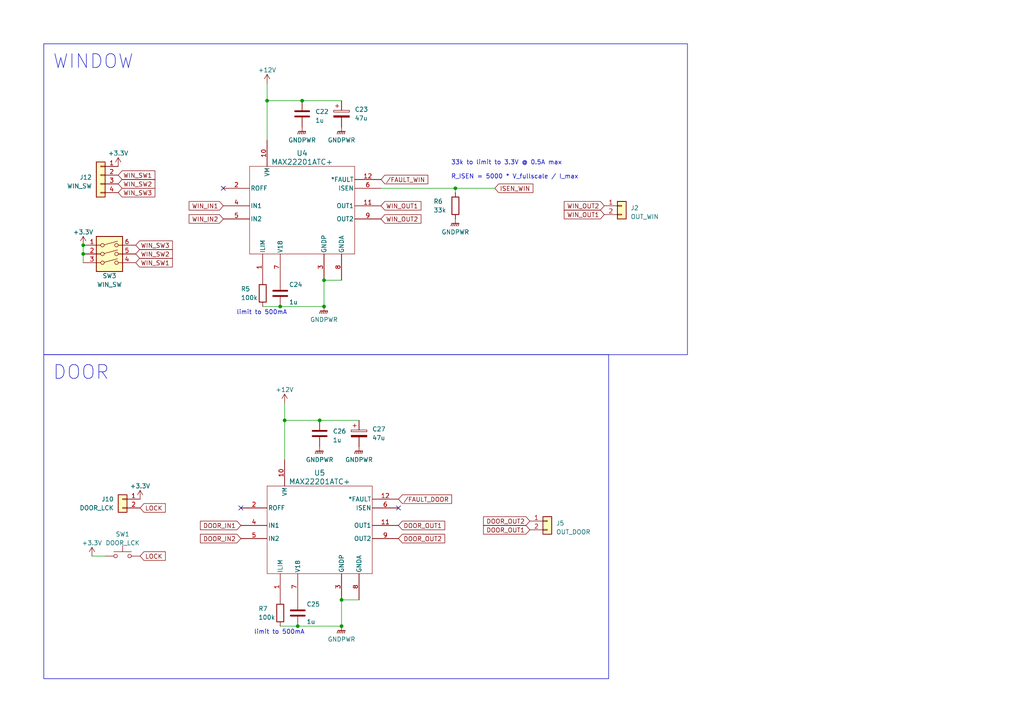
<source format=kicad_sch>
(kicad_sch (version 20230121) (generator eeschema)
  (paper "A4")
  (lib_symbols
    (symbol "Connector_Generic:Conn_01x02" (pin_names (offset 1.016) hide)
      (property "Reference" "J" (at 0 2.54 0))
      (property "Value" "Conn_01x02" (at 0 -5.08 0))
      (symbol "Conn_01x02_1_1"
        (rectangle (start -1.27 -2.413) (end 0 -2.667) (stroke (width 0.1524)))
        (rectangle (start -1.27 0.127) (end 0 -0.127) (stroke (width 0.1524)))
        (rectangle (start -1.27 1.27) (end 1.27 -3.81) (stroke (width 0.254)) (fill (type background)))
        (pin passive line (at -5.08 0 0) (length 3.81) (name "Pin_1") (number "1"))
        (pin passive line (at -5.08 -2.54 0) (length 3.81) (name "Pin_2") (number "2"))
      )
    )
    (symbol "Connector_Generic:Conn_01x04" (pin_names (offset 1.016) hide)
      (property "Reference" "J" (at 0 5.08 0))
      (property "Value" "Conn_01x04" (at 0 -7.62 0))
      (symbol "Conn_01x04_1_1"
        (rectangle (start -1.27 -4.953) (end 0 -5.207) (stroke (width 0.1524)))
        (rectangle (start -1.27 -2.413) (end 0 -2.667) (stroke (width 0.1524)))
        (rectangle (start -1.27 0.127) (end 0 -0.127) (stroke (width 0.1524)))
        (rectangle (start -1.27 2.667) (end 0 2.413) (stroke (width 0.1524)))
        (rectangle (start -1.27 3.81) (end 1.27 -6.35) (stroke (width 0.254)) (fill (type background)))
        (pin passive line (at -5.08 2.54 0) (length 3.81) (name "Pin_1") (number "1"))
        (pin passive line (at -5.08 0 0) (length 3.81) (name "Pin_2") (number "2"))
        (pin passive line (at -5.08 -2.54 0) (length 3.81) (name "Pin_3") (number "3"))
        (pin passive line (at -5.08 -5.08 0) (length 3.81) (name "Pin_4") (number "4"))
      )
    )
    (symbol "Device:C" (pin_numbers hide) (pin_names (offset 0.254))
      (property "Reference" "C" (at 0.635 2.54 0))
      (property "Value" "C" (at 0.635 -2.54 0))
      (symbol "C_0_1"
        (polyline (pts (xy -2.032 -0.762) (xy 2.032 -0.762)) (stroke (width 0.508)))
        (polyline (pts (xy -2.032 0.762) (xy 2.032 0.762)) (stroke (width 0.508)))
      )
      (symbol "C_1_1"
        (pin passive line (at 0 3.81 270) (length 2.794) (name "~") (number "1"))
        (pin passive line (at 0 -3.81 90) (length 2.794) (name "~") (number "2"))
      )
    )
    (symbol "Device:C_Polarized" (pin_numbers hide) (pin_names (offset 0.254))
      (property "Reference" "C" (at 0.635 2.54 0))
      (property "Value" "C_Polarized" (at 0.635 -2.54 0))
      (symbol "C_Polarized_0_1"
        (rectangle (start -2.286 0.508) (end 2.286 1.016))
        (polyline (pts (xy -1.778 2.286) (xy -0.762 2.286)))
        (polyline (pts (xy -1.27 2.794) (xy -1.27 1.778)))
        (rectangle (start 2.286 -0.508) (end -2.286 -1.016) (fill (type outline)))
      )
      (symbol "C_Polarized_1_1"
        (pin passive line (at 0 3.81 270) (length 2.794) (name "~") (number "1"))
        (pin passive line (at 0 -3.81 90) (length 2.794) (name "~") (number "2"))
      )
    )
    (symbol "Device:R" (pin_numbers hide) (pin_names (offset 0))
      (property "Reference" "R" (at 2.032 0 90))
      (property "Value" "R" (at 0 0 90))
      (symbol "R_0_1"
        (rectangle (start -1.016 -2.54) (end 1.016 2.54) (stroke (width 0.254)))
      )
      (symbol "R_1_1"
        (pin passive line (at 0 3.81 270) (length 1.27) (name "~") (number "1"))
        (pin passive line (at 0 -3.81 90) (length 1.27) (name "~") (number "2"))
      )
    )
    (symbol "MAX22201ATC_:MAX22201ATC+" (pin_names (offset 0.254))
      (property "Reference" "U4" (at 22.86 8.89 0))
      (property "Value" "MAX22201ATC+" (at 22.86 6.35 0))
      (symbol "MAX22201ATC+_0_1"
        (polyline (pts (xy 7.62 -20.32) (xy 38.1 -20.32)) (stroke (width 0.127)))
        (polyline (pts (xy 7.62 5.08) (xy 7.62 -20.32)) (stroke (width 0.127)))
        (polyline (pts (xy 38.1 -20.32) (xy 38.1 5.08)) (stroke (width 0.127)))
        (polyline (pts (xy 38.1 5.08) (xy 7.62 5.08)) (stroke (width 0.127)))
        (pin input line (at 11.43 -27.94 90) (length 7.62) (name "ILIM") (number "1"))
        (pin input line (at 12.7 12.7 270) (length 7.62) (name "VM") (number "10"))
        (pin output line (at 45.72 -6.35 180) (length 7.62) (name "OUT1") (number "11"))
        (pin output line (at 45.72 1.27 180) (length 7.62) (name "*FAULT") (number "12"))
        (pin input line (at 0 -1.27 0) (length 7.62) (name "ROFF") (number "2"))
        (pin power_in line (at 29.21 -27.94 90) (length 7.62) (name "GNDP") (number "3"))
        (pin input line (at 0 -6.35 0) (length 7.62) (name "IN1") (number "4"))
        (pin input line (at 0 -10.16 0) (length 7.62) (name "IN2") (number "5"))
        (pin output line (at 45.72 -1.27 180) (length 7.62) (name "ISEN") (number "6"))
        (pin output line (at 16.51 -27.94 90) (length 7.62) (name "V18") (number "7"))
        (pin power_in line (at 34.29 -27.94 90) (length 7.62) (name "GNDA") (number "8"))
        (pin output line (at 45.72 -10.16 180) (length 7.62) (name "OUT2") (number "9"))
      )
    )
    (symbol "Switch:SW_DIP_x03" (pin_names (offset 0) hide)
      (property "Reference" "SW" (at 0 8.89 0))
      (property "Value" "SW_DIP_x03" (at 0 -3.81 0))
      (symbol "SW_DIP_x03_0_0"
        (circle (center -2.032 0) (radius 0.508))
        (circle (center -2.032 2.54) (radius 0.508))
        (circle (center -2.032 5.08) (radius 0.508))
        (polyline (pts (xy -1.524 0.127) (xy 2.3622 1.1684)))
        (polyline (pts (xy -1.524 2.667) (xy 2.3622 3.7084)))
        (polyline (pts (xy -1.524 5.207) (xy 2.3622 6.2484)))
        (circle (center 2.032 0) (radius 0.508))
        (circle (center 2.032 2.54) (radius 0.508))
        (circle (center 2.032 5.08) (radius 0.508))
      )
      (symbol "SW_DIP_x03_0_1"
        (rectangle (start -3.81 7.62) (end 3.81 -2.54) (stroke (width 0.254)) (fill (type background)))
      )
      (symbol "SW_DIP_x03_1_1"
        (pin passive line (at -7.62 5.08 0) (length 5.08) (name "~") (number "1"))
        (pin passive line (at -7.62 2.54 0) (length 5.08) (name "~") (number "2"))
        (pin passive line (at -7.62 0 0) (length 5.08) (name "~") (number "3"))
        (pin passive line (at 7.62 0 180) (length 5.08) (name "~") (number "4"))
        (pin passive line (at 7.62 2.54 180) (length 5.08) (name "~") (number "5"))
        (pin passive line (at 7.62 5.08 180) (length 5.08) (name "~") (number "6"))
      )
    )
    (symbol "Switch:SW_Push" (pin_numbers hide) (pin_names (offset 1.016) hide)
      (property "Reference" "SW" (at 1.27 2.54 0))
      (property "Value" "SW_Push" (at 0 -1.524 0))
      (symbol "SW_Push_0_1"
        (circle (center -2.032 0) (radius 0.508))
        (polyline (pts (xy 0 1.27) (xy 0 3.048)))
        (polyline (pts (xy 2.54 1.27) (xy -2.54 1.27)))
        (circle (center 2.032 0) (radius 0.508))
        (pin passive line (at -5.08 0 0) (length 2.54) (name "1") (number "1"))
        (pin passive line (at 5.08 0 180) (length 2.54) (name "2") (number "2"))
      )
    )
    (symbol "power:+12V" (power) (pin_names (offset 0))
      (property "Value" "+12V" (at 0 3.556 0))
      (symbol "+12V_0_1"
        (polyline (pts (xy -0.762 1.27) (xy 0 2.54)))
        (polyline (pts (xy 0 0) (xy 0 2.54)))
        (polyline (pts (xy 0 2.54) (xy 0.762 1.27)))
      )
      (symbol "+12V_1_1"
        (pin power_in line (at 0 0 90) (length 0) hide (name "+12V") (number "1"))
      )
    )
    (symbol "power:+3.3V" (power) (pin_names (offset 0))
      (property "Value" "+3.3V" (at 0 3.556 0))
      (symbol "+3.3V_0_1"
        (polyline (pts (xy -0.762 1.27) (xy 0 2.54)))
        (polyline (pts (xy 0 0) (xy 0 2.54)))
        (polyline (pts (xy 0 2.54) (xy 0.762 1.27)))
      )
      (symbol "+3.3V_1_1"
        (pin power_in line (at 0 0 90) (length 0) hide (name "+3.3V") (number "1"))
      )
    )
    (symbol "power:GNDPWR" (power) (pin_names (offset 0))
      (property "Value" "GNDPWR" (at 0 -3.302 0))
      (symbol "GNDPWR_0_1"
        (polyline (pts (xy 0 -1.27) (xy 0 0)))
        (polyline (pts (xy -1.016 -1.27) (xy -1.27 -2.032) (xy -1.27 -2.032)) (stroke (width 0.2032)))
        (polyline (pts (xy -0.508 -1.27) (xy -0.762 -2.032) (xy -0.762 -2.032)) (stroke (width 0.2032)))
        (polyline (pts (xy 0 -1.27) (xy -0.254 -2.032) (xy -0.254 -2.032)) (stroke (width 0.2032)))
        (polyline (pts (xy 0.508 -1.27) (xy 0.254 -2.032) (xy 0.254 -2.032)) (stroke (width 0.2032)))
        (polyline (pts (xy 1.016 -1.27) (xy -1.016 -1.27) (xy -1.016 -1.27)) (stroke (width 0.2032)))
        (polyline (pts (xy 1.016 -1.27) (xy 0.762 -2.032) (xy 0.762 -2.032) (xy 0.762 -2.032)) (stroke (width 0.2032)))
      )
      (symbol "GNDPWR_1_1"
        (pin power_in line (at 0 0 270) (length 0) hide (name "GNDPWR") (number "1"))
      )
    )
  )
  (junction (at 24.13 71.12))
  (junction (at 132.08 54.61))
  (junction (at 87.63 29.21))
  (junction (at 92.71 121.92))
  (junction (at 99.06 181.61))
  (junction (at 77.47 29.21))
  (junction (at 86.36 181.61))
  (junction (at 81.28 88.9))
  (junction (at 93.98 88.9))
  (junction (at 82.55 121.92))
  (junction (at 93.98 81.28))
  (junction (at 99.06 173.99))
  (junction (at 24.13 73.66))
  (no_connect (at 64.77 54.61))
  (no_connect (at 115.57 147.32))
  (no_connect (at 69.85 147.32))
  (wire (pts (xy 82.55 116.84) (xy 82.55 121.92)))
  (wire (pts (xy 77.47 29.21) (xy 87.63 29.21)))
  (wire (pts (xy 99.06 181.61) (xy 99.06 173.99)))
  (wire (pts (xy 81.28 88.9) (xy 93.98 88.9)))
  (wire (pts (xy 87.63 29.21) (xy 99.06 29.21)))
  (wire (pts (xy 92.71 121.92) (xy 104.14 121.92)))
  (wire (pts (xy 86.36 181.61) (xy 99.06 181.61)))
  (wire (pts (xy 81.28 181.61) (xy 86.36 181.61)))
  (wire (pts (xy 82.55 121.92) (xy 92.71 121.92)))
  (wire (pts (xy 132.08 55.88) (xy 132.08 54.61)))
  (wire (pts (xy 77.47 29.21) (xy 77.47 40.64)))
  (wire (pts (xy 76.2 88.9) (xy 81.28 88.9)))
  (wire (pts (xy 143.51 54.61) (xy 132.08 54.61)))
  (wire (pts (xy 24.13 73.66) (xy 24.13 76.2)))
  (wire (pts (xy 99.06 173.99) (xy 104.14 173.99)))
  (wire (pts (xy 24.13 71.12) (xy 24.13 73.66)))
  (wire (pts (xy 82.55 121.92) (xy 82.55 133.35)))
  (wire (pts (xy 93.98 81.28) (xy 99.06 81.28)))
  (wire (pts (xy 77.47 24.13) (xy 77.47 29.21)))
  (wire (pts (xy 132.08 54.61) (xy 110.49 54.61)))
  (wire (pts (xy 93.98 88.9) (xy 93.98 81.28)))
  (wire (pts (xy 26.67 161.29) (xy 30.48 161.29)))
  (rectangle (start 12.7 12.7) (end 199.39 102.87))
  (rectangle (start 12.7 102.87) (end 176.53 196.85))
  (text "DOOR" (at 15.24 110.49 0) (effects (font (size 4 4)) (justify left bottom)))
  (text "WINDOW" (at 15.24 20.32 0) (effects (font (size 4 4)) (justify left bottom)))
  (text "33k to limit to 3.3V @ 0.5A max \n\nR_ISEN = 5000 * V_fullscale / I_max" (at 130.81 52.07 0) (effects (font (size 1.27 1.27)) (justify left bottom)))
  (text "limit to 500mA" (at 68.58 91.44 0) (effects (font (size 1.27 1.27)) (justify left bottom)))
  (text "limit to 500mA" (at 73.66 184.15 0) (effects (font (size 1.27 1.27)) (justify left bottom)))
  (global_label "DOOR_OUT1" (shape input) (at 153.67 153.67 180) (property "Intersheetrefs" "${INTERSHEET_REFS}" (effects hide)))
  (global_label "DOOR_OUT1" (shape input) (at 115.57 152.4 0) (property "Intersheetrefs" "${INTERSHEET_REFS}" (effects hide)))
  (global_label "WIN_OUT2" (shape input) (at 110.49 63.5 0) (property "Intersheetrefs" "${INTERSHEET_REFS}" (effects hide)))
  (global_label "DOOR_IN1" (shape input) (at 69.85 152.4 180) (property "Intersheetrefs" "${INTERSHEET_REFS}" (effects hide)))
  (global_label "ISEN_WIN" (shape input) (at 143.51 54.61 0) (property "Intersheetrefs" "${INTERSHEET_REFS}" (effects hide)))
  (global_label "{slash}FAULT_DOOR" (shape input) (at 115.57 144.78 0) (property "Intersheetrefs" "${INTERSHEET_REFS}" (effects hide)))
  (global_label "LOCK" (shape input) (at 40.64 161.29 0) (property "Intersheetrefs" "${INTERSHEET_REFS}" (effects hide)))
  (global_label "WIN_IN2" (shape input) (at 64.77 63.5 180) (property "Intersheetrefs" "${INTERSHEET_REFS}" (effects hide)))
  (global_label "DOOR_IN2" (shape input) (at 69.85 156.21 180) (property "Intersheetrefs" "${INTERSHEET_REFS}" (effects hide)))
  (global_label "WIN_OUT2" (shape input) (at 175.26 59.69 180) (property "Intersheetrefs" "${INTERSHEET_REFS}" (effects hide)))
  (global_label "WIN_SW1" (shape input) (at 34.29 50.8 0) (property "Intersheetrefs" "${INTERSHEET_REFS}" (effects hide)))
  (global_label "WIN_SW2" (shape input) (at 34.29 53.34 0) (property "Intersheetrefs" "${INTERSHEET_REFS}" (effects hide)))
  (global_label "WIN_IN1" (shape input) (at 64.77 59.69 180) (property "Intersheetrefs" "${INTERSHEET_REFS}" (effects hide)))
  (global_label "WIN_SW2" (shape input) (at 39.37 73.66 0) (property "Intersheetrefs" "${INTERSHEET_REFS}" (effects hide)))
  (global_label "WIN_OUT1" (shape input) (at 175.26 62.23 180) (property "Intersheetrefs" "${INTERSHEET_REFS}" (effects hide)))
  (global_label "LOCK" (shape input) (at 40.64 147.32 0) (property "Intersheetrefs" "${INTERSHEET_REFS}" (effects hide)))
  (global_label "DOOR_OUT2" (shape input) (at 153.67 151.13 180) (property "Intersheetrefs" "${INTERSHEET_REFS}" (effects hide)))
  (global_label "WIN_SW3" (shape input) (at 39.37 71.12 0) (property "Intersheetrefs" "${INTERSHEET_REFS}" (effects hide)))
  (global_label "WIN_OUT1" (shape input) (at 110.49 59.69 0) (property "Intersheetrefs" "${INTERSHEET_REFS}" (effects hide)))
  (global_label "DOOR_OUT2" (shape input) (at 115.57 156.21 0) (property "Intersheetrefs" "${INTERSHEET_REFS}" (effects hide)))
  (global_label "WIN_SW1" (shape input) (at 39.37 76.2 0) (property "Intersheetrefs" "${INTERSHEET_REFS}" (effects hide)))
  (global_label "{slash}FAULT_WIN" (shape input) (at 110.49 52.07 0) (property "Intersheetrefs" "${INTERSHEET_REFS}" (effects hide)))
  (global_label "WIN_SW3" (shape input) (at 34.29 55.88 0) (property "Intersheetrefs" "${INTERSHEET_REFS}" (effects hide)))
  (symbol (lib_id "Connector_Generic:Conn_01x04") (at 29.21 50.8 0) (mirror y) (unit 1)
    (property "Reference" "J12" (at 26.67 51.435 0) (effects (justify left)))
    (property "Value" "WIN_SW" (at 26.67 53.975 0) (effects (justify left)))
    (property "Footprint" "TerminalBlock_MetzConnect:TerminalBlock_MetzConnect_Type011_RT05504HBWC_1x04_P5.00mm_Horizontal" (effects hide))
  )
  (symbol (lib_id "Connector_Generic:Conn_01x02") (at 180.34 59.69 0) (unit 1)
    (property "Reference" "J2" (at 182.88 60.325 0) (effects (justify left)))
    (property "Value" "OUT_WIN" (at 182.88 62.865 0) (effects (justify left)))
    (property "Footprint" "TerminalBlock_MetzConnect:TerminalBlock_MetzConnect_Type011_RT05502HBWC_1x02_P5.00mm_Horizontal" (effects hide))
  )
  (symbol (lib_id "Connector_Generic:Conn_01x02") (at 35.56 144.78 0) (mirror y) (unit 1)
    (property "Reference" "J10" (at 33.02 144.78 0) (effects (justify left)))
    (property "Value" "DOOR_LCK" (at 33.02 147.32 0) (effects (justify left)))
    (property "Footprint" "TerminalBlock_MetzConnect:TerminalBlock_MetzConnect_Type011_RT05502HBWC_1x02_P5.00mm_Horizontal" (effects hide))
  )
  (symbol (lib_id "Switch:SW_DIP_x03") (at 31.75 76.2 0) (unit 1)
    (property "Reference" "SW3" (at 31.75 80.01 0))
    (property "Value" "WIN_SW" (at 31.75 82.55 0))
    (property "Footprint" "Button_Switch_SMD:SW_DIP_SPSTx03_Slide_6.7x9.18mm_W8.61mm_P2.54mm_LowProfile" (effects hide))
  )
  (symbol (lib_id "power:GNDPWR") (at 87.63 36.83 0) (unit 1)
    (property "Reference" "#PWR033" (effects hide))
    (property "Value" "GNDPWR" (at 87.63 40.64 0))
  )
  (symbol (lib_id "power:GNDPWR") (at 104.14 129.54 0) (unit 1)
    (property "Reference" "#PWR040" (effects hide))
    (property "Value" "GNDPWR" (at 104.14 133.35 0))
  )
  (symbol (lib_id "power:+3.3V") (at 24.13 71.12 0) (unit 1)
    (property "Reference" "#PWR064" (effects hide))
    (property "Value" "+3.3V" (at 24.13 67.31 0))
  )
  (symbol (lib_id "Device:C") (at 86.36 177.8 0) (unit 1)
    (property "Reference" "C25" (at 88.9 175.26 0) (effects (justify left)))
    (property "Value" "1u" (at 88.9 180.34 0) (effects (justify left)))
    (property "Footprint" "Capacitor_SMD:C_0805_2012Metric" (effects hide))
  )
  (symbol (lib_id "Device:R") (at 76.2 85.09 0) (unit 1)
    (property "Reference" "R5" (at 69.85 83.82 0) (effects (justify left)))
    (property "Value" "100k" (at 69.85 86.36 0) (effects (justify left)))
    (property "Footprint" "Resistor_SMD:R_0805_2012Metric" (effects hide))
  )
  (symbol (lib_id "Device:C_Polarized") (at 104.14 125.73 0) (unit 1)
    (property "Reference" "C27" (at 107.95 124.46 0) (effects (justify left)))
    (property "Value" "47u" (at 107.95 127 0) (effects (justify left)))
    (property "Footprint" "Capacitor_THT:CP_Radial_D5.0mm_P2.00mm" (effects hide))
  )
  (symbol (lib_id "Device:C") (at 87.63 33.02 0) (unit 1)
    (property "Reference" "C22" (at 91.44 32.385 0) (effects (justify left)))
    (property "Value" "1u" (at 91.44 34.925 0) (effects (justify left)))
    (property "Footprint" "Capacitor_SMD:C_0805_2012Metric" (effects hide))
  )
  (symbol (lib_id "power:GNDPWR") (at 92.71 129.54 0) (unit 1)
    (property "Reference" "#PWR038" (effects hide))
    (property "Value" "GNDPWR" (at 92.71 133.35 0))
  )
  (symbol (lib_id "Device:C") (at 92.71 125.73 0) (unit 1)
    (property "Reference" "C26" (at 96.52 125.095 0) (effects (justify left)))
    (property "Value" "1u" (at 96.52 127.635 0) (effects (justify left)))
    (property "Footprint" "Capacitor_SMD:C_0805_2012Metric" (effects hide))
  )
  (symbol (lib_id "Device:R") (at 81.28 177.8 0) (unit 1)
    (property "Reference" "R7" (at 74.93 176.53 0) (effects (justify left)))
    (property "Value" "100k" (at 74.93 179.07 0) (effects (justify left)))
    (property "Footprint" "Resistor_SMD:R_0805_2012Metric" (effects hide))
  )
  (symbol (lib_id "Connector_Generic:Conn_01x02") (at 158.75 151.13 0) (unit 1)
    (property "Reference" "J5" (at 161.29 151.765 0) (effects (justify left)))
    (property "Value" "OUT_DOOR" (at 161.29 154.305 0) (effects (justify left)))
    (property "Footprint" "TerminalBlock_MetzConnect:TerminalBlock_MetzConnect_Type011_RT05502HBWC_1x02_P5.00mm_Horizontal" (effects hide))
  )
  (symbol (lib_id "MAX22201ATC_:MAX22201ATC+") (at 69.85 146.05 0) (unit 1)
    (property "Reference" "U5" (at 92.71 137.16 0) (effects (font (size 1.524 1.524))))
    (property "Value" "MAX22201ATC+" (at 92.71 139.7 0) (effects (font (size 1.524 1.524))))
    (property "Footprint" "kicad_models:MAX22201ATC_" (effects hide))
    (property "Datasheet" "MAX22201ATC+" (effects hide))
  )
  (symbol (lib_id "Device:C") (at 81.28 85.09 0) (unit 1)
    (property "Reference" "C24" (at 83.82 82.55 0) (effects (justify left)))
    (property "Value" "1u" (at 83.82 87.63 0) (effects (justify left)))
    (property "Footprint" "Capacitor_SMD:C_0805_2012Metric" (effects hide))
  )
  (symbol (lib_id "power:+3.3V") (at 40.64 144.78 0) (mirror y) (unit 1)
    (property "Reference" "#PWR053" (effects hide))
    (property "Value" "+3.3V" (at 40.64 140.97 0))
  )
  (symbol (lib_id "power:+12V") (at 82.55 116.84 0) (unit 1)
    (property "Reference" "#PWR037" (effects hide))
    (property "Value" "+12V" (at 82.55 113.03 0))
  )
  (symbol (lib_id "Switch:SW_Push") (at 35.56 161.29 0) (unit 1)
    (property "Reference" "SW1" (at 35.56 154.94 0))
    (property "Value" "DOOR_LCK" (at 35.56 157.48 0))
    (property "Footprint" "Button_Switch_THT:SW_CW_GPTS203211B" (effects hide))
  )
  (symbol (lib_id "Device:C_Polarized") (at 99.06 33.02 0) (unit 1)
    (property "Reference" "C23" (at 102.87 31.75 0) (effects (justify left)))
    (property "Value" "47u" (at 102.87 34.29 0) (effects (justify left)))
    (property "Footprint" "Capacitor_THT:CP_Radial_D5.0mm_P2.00mm" (effects hide))
  )
  (symbol (lib_id "MAX22201ATC_:MAX22201ATC+") (at 64.77 53.34 0) (unit 1)
    (property "Reference" "U4" (at 87.63 44.45 0) (effects (font (size 1.524 1.524))))
    (property "Value" "MAX22201ATC+" (at 87.63 46.99 0) (effects (font (size 1.524 1.524))))
    (property "Footprint" "kicad_models:MAX22201ATC_" (effects hide))
    (property "Datasheet" "MAX22201ATC+" (effects hide))
  )
  (symbol (lib_id "power:+3.3V") (at 26.67 161.29 0) (unit 1)
    (property "Reference" "#PWR063" (effects hide))
    (property "Value" "+3.3V" (at 26.67 157.48 0))
  )
  (symbol (lib_id "power:+12V") (at 77.47 24.13 0) (unit 1)
    (property "Reference" "#PWR032" (effects hide))
    (property "Value" "+12V" (at 77.47 20.32 0))
  )
  (symbol (lib_id "power:+3.3V") (at 34.29 48.26 0) (mirror y) (unit 1)
    (property "Reference" "#PWR052" (effects hide))
    (property "Value" "+3.3V" (at 34.29 44.45 0))
  )
  (symbol (lib_id "power:GNDPWR") (at 132.08 63.5 0) (unit 1)
    (property "Reference" "#PWR035" (effects hide))
    (property "Value" "GNDPWR" (at 132.08 67.31 0))
  )
  (symbol (lib_id "power:GNDPWR") (at 99.06 36.83 0) (unit 1)
    (property "Reference" "#PWR034" (effects hide))
    (property "Value" "GNDPWR" (at 99.06 40.64 0))
  )
  (symbol (lib_id "Device:R") (at 132.08 59.69 0) (unit 1)
    (property "Reference" "R6" (at 125.73 58.42 0) (effects (justify left)))
    (property "Value" "33k" (at 125.73 60.96 0) (effects (justify left)))
    (property "Footprint" "Resistor_SMD:R_0805_2012Metric" (effects hide))
  )
  (symbol (lib_id "power:GNDPWR") (at 93.98 88.9 0) (unit 1)
    (property "Reference" "#PWR036" (effects hide))
    (property "Value" "GNDPWR" (at 93.98 92.71 0))
  )
  (symbol (lib_id "power:GNDPWR") (at 99.06 181.61 0) (unit 1)
    (property "Reference" "#PWR039" (effects hide))
    (property "Value" "GNDPWR" (at 99.06 185.42 0))
  )
)
</source>
